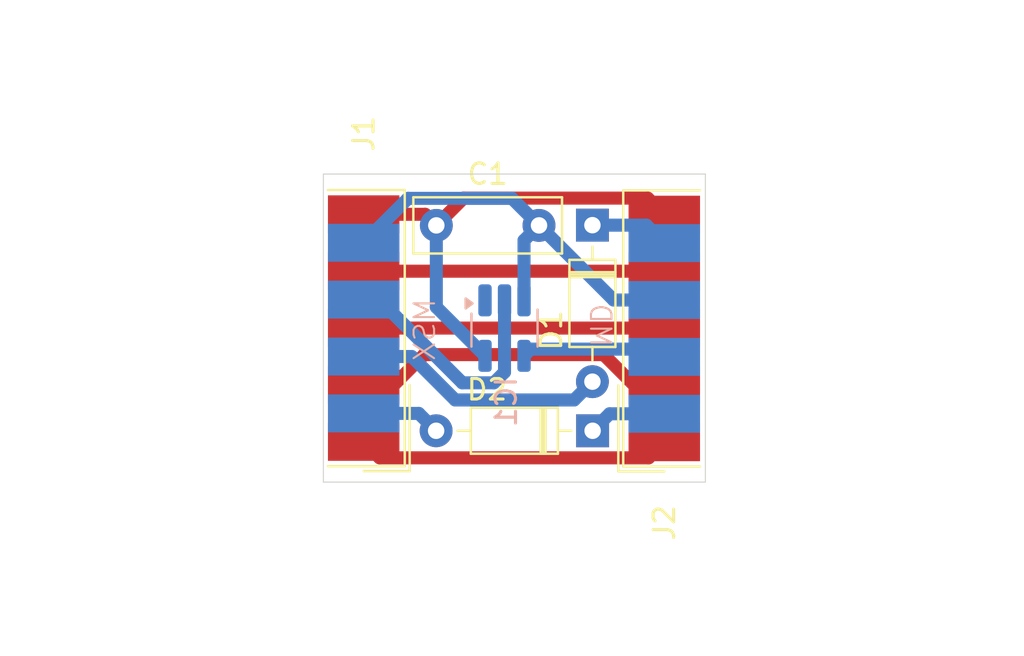
<source format=kicad_pcb>
(kicad_pcb (version 20240108) (generator "pcbnew") (generator_version "8.0")
  (layers (0 "F.Cu" signal) (31 "B.Cu" signal) (34 "B.Paste" user) (35 "F.Paste" user) (36 "B.SilkS" user "B.Silkscreen") (37 "F.SilkS" user "F.Silkscreen") (38 "B.Mask" user) (39 "F.Mask" user) (44 "Edge.Cuts" user))
  (net 0 "")
  (net 1 "+5V")
  (net 2 "GND")
  (net 3 "/TRG_2_C_START")
  (net 4 "Net-(D1-K)")
  (net 5 "/TRG_1_A_B")
  (net 6 "Net-(D2-K)")
  (net 7 "/TH_SEL")
  (net 8 "/MSX_OUT")
  (net 10 "/JOY_RIGHT")
  (net 11 "/JOY_UP")
  (net 12 "/JOY_DOWN")
  (net 13 "/JOY_LEFT")
  (footprint "Connector_Dsub:DSUB-9_Female_EdgeMount_P2.77mm" (layer "F.Cu") (at 115.0625 80.5 -90)
    (property "Reference" "J1" (at -9.463333 0 90) (layer "F.SilkS"))
    (property "Value" "DE9_Plug_MSX")
    (fp_line (start 6.723333 1.74) (end 6.723333 -2) (stroke (width 0.12)) (layer "F.SilkS"))
    (fp_line (start 6.963333 0) (end 6.963333 -2.24) (stroke (width 0.12)) (layer "F.SilkS"))
    (fp_line (start -6.723333 -2) (end -6.723333 1.74) (stroke (width 0.12)) (layer "F.SilkS"))
    (fp_line (start 6.723333 -2) (end -6.723333 -2) (stroke (width 0.12)) (layer "F.SilkS"))
    (fp_line (start 6.963333 -2.24) (end 2.77 -2.24) (stroke (width 0.12)) (layer "F.SilkS"))
    (pad "1" smd rect (at 5.54 0 270) (size 1.846667 3.48) (layers "F.Cu" "F.Paste" "F.Mask") (net 11 "/JOY_UP"))
    (pad "2" smd rect (at 2.77 0 270) (size 1.846667 3.48) (layers "F.Cu" "F.Paste" "F.Mask") (net 12 "/JOY_DOWN"))
    (pad "3" smd rect (at 0 0 270) (size 1.846667 3.48) (layers "F.Cu" "F.Paste" "F.Mask") (net 13 "/JOY_LEFT"))
    (pad "4" smd rect (at -2.77 0 270) (size 1.846667 3.48) (layers "F.Cu" "F.Paste" "F.Mask") (net 10 "/JOY_RIGHT"))
    (pad "5" smd rect (at -5.54 0 270) (size 1.846667 3.48) (layers "F.Cu" "F.Paste" "F.Mask") (net 1 "+5V"))
    (pad "6" smd rect (at 4.155 0 270) (size 1.846667 3.48) (layers "B.Cu" "B.Paste" "B.Mask") (net 5 "/TRG_1_A_B"))
    (pad "7" smd rect (at 1.385 0 270) (size 1.846667 3.48) (layers "B.Cu" "B.Paste" "B.Mask") (net 3 "/TRG_2_C_START"))
    (pad "8" smd rect (at -1.385 0 270) (size 1.846667 3.48) (layers "B.Cu" "B.Paste" "B.Mask") (net 8 "/MSX_OUT"))
    (pad "9" smd rect (at -4.155 0 270) (size 1.846667 3.48) (layers "B.Cu" "B.Paste" "B.Mask") (net 2 "GND"))
  )
  (footprint "Diode_THT:D_DO-35_SOD27_P7.62mm_Horizontal" (layer "F.Cu") (at 126.21 85.5 180)
    (property "Reference" "D2" (at 5.1444 2 180) (layer "F.SilkS"))
    (property "Value" "1N5711")
    (fp_line (start 6.58 0) (end 5.93 0) (stroke (width 0.12)) (layer "F.SilkS"))
    (fp_line (start 5.93 1.12) (end 5.93 -1.12) (stroke (width 0.12)) (layer "F.SilkS"))
    (fp_line (start 5.93 -1.12) (end 1.69 -1.12) (stroke (width 0.12)) (layer "F.SilkS"))
    (fp_line (start 2.53 -1.12) (end 2.53 1.12) (stroke (width 0.12)) (layer "F.SilkS"))
    (fp_line (start 2.41 -1.12) (end 2.41 1.12) (stroke (width 0.12)) (layer "F.SilkS"))
    (fp_line (start 2.29 -1.12) (end 2.29 1.12) (stroke (width 0.12)) (layer "F.SilkS"))
    (fp_line (start 1.69 1.12) (end 5.93 1.12) (stroke (width 0.12)) (layer "F.SilkS"))
    (fp_line (start 1.69 -1.12) (end 1.69 1.12) (stroke (width 0.12)) (layer "F.SilkS"))
    (fp_line (start 1.04 0) (end 1.69 0) (stroke (width 0.12)) (layer "F.SilkS"))
    (pad "1" thru_hole rect (at 0 0 180) (size 1.6 1.6) (drill 0.8) (layers "*.Cu" "*.Mask") (net 6 "Net-(D2-K)"))
    (pad "2" thru_hole oval (at 7.62 0 180) (size 1.6 1.6) (drill 0.8) (layers "*.Cu" "*.Mask") (net 5 "/TRG_1_A_B"))
  )
  (footprint "Diode_THT:D_DO-35_SOD27_P7.62mm_Horizontal" (layer "F.Cu") (at 126.2 75.4888 -90)
    (property "Reference" "D1" (at 5.12 2 90) (layer "F.SilkS"))
    (property "Value" "1N5711")
    (fp_line (start 1.69 1.12) (end 5.93 1.12) (stroke (width 0.12)) (layer "F.SilkS"))
    (fp_line (start 5.93 1.12) (end 5.93 -1.12) (stroke (width 0.12)) (layer "F.SilkS"))
    (fp_line (start 1.04 0) (end 1.69 0) (stroke (width 0.12)) (layer "F.SilkS"))
    (fp_line (start 6.58 0) (end 5.93 0) (stroke (width 0.12)) (layer "F.SilkS"))
    (fp_line (start 1.69 -1.12) (end 1.69 1.12) (stroke (width 0.12)) (layer "F.SilkS"))
    (fp_line (start 2.29 -1.12) (end 2.29 1.12) (stroke (width 0.12)) (layer "F.SilkS"))
    (fp_line (start 2.41 -1.12) (end 2.41 1.12) (stroke (width 0.12)) (layer "F.SilkS"))
    (fp_line (start 2.53 -1.12) (end 2.53 1.12) (stroke (width 0.12)) (layer "F.SilkS"))
    (fp_line (start 5.93 -1.12) (end 1.69 -1.12) (stroke (width 0.12)) (layer "F.SilkS"))
    (pad "1" thru_hole rect (at 0 0 270) (size 1.6 1.6) (drill 0.8) (layers "*.Cu" "*.Mask") (net 4 "Net-(D1-K)"))
    (pad "2" thru_hole oval (at 7.62 0 270) (size 1.6 1.6) (drill 0.8) (layers "*.Cu" "*.Mask") (net 3 "/TRG_2_C_START"))
  )
  (footprint "Connector_Dsub:DSUB-9_Male_EdgeMount_P2.77mm" (layer "F.Cu") (at 129.7 80.518 90)
    (property "Reference" "J2" (at -9.463333 0 90) (layer "F.SilkS"))
    (property "Value" "DE9_Plug_MEGADRIVE")
    (fp_line (start -6.963333 -2.24) (end -2.77 -2.24) (stroke (width 0.12)) (layer "F.SilkS"))
    (fp_line (start 6.723333 -2) (end -6.723333 -2) (stroke (width 0.12)) (layer "F.SilkS"))
    (fp_line (start -6.723333 -2) (end -6.723333 1.74) (stroke (width 0.12)) (layer "F.SilkS"))
    (fp_line (start -6.963333 0) (end -6.963333 -2.24) (stroke (width 0.12)) (layer "F.SilkS"))
    (fp_line (start 6.723333 1.74) (end 6.723333 -2) (stroke (width 0.12)) (layer "F.SilkS"))
    (pad "1" smd rect (at -5.54 0 90) (size 1.846667 3.48) (layers "F.Cu" "F.Paste" "F.Mask") (net 11 "/JOY_UP"))
    (pad "2" smd rect (at -2.77 0 90) (size 1.846667 3.48) (layers "F.Cu" "F.Paste" "F.Mask") (net 12 "/JOY_DOWN"))
    (pad "3" smd rect (at 0 0 90) (size 1.846667 3.48) (layers "F.Cu" "F.Paste" "F.Mask") (net 13 "/JOY_LEFT"))
    (pad "4" smd rect (at 2.77 0 90) (size 1.846667 3.48) (layers "F.Cu" "F.Paste" "F.Mask") (net 10 "/JOY_RIGHT"))
    (pad "5" smd rect (at 5.54 0 90) (size 1.846667 3.48) (layers "F.Cu" "F.Paste" "F.Mask") (net 1 "+5V"))
    (pad "6" smd rect (at -4.155 0 90) (size 1.846667 3.48) (layers "B.Cu" "B.Paste" "B.Mask") (net 6 "Net-(D2-K)"))
    (pad "7" smd rect (at -1.385 0 90) (size 1.846667 3.48) (layers "B.Cu" "B.Paste" "B.Mask") (net 7 "/TH_SEL"))
    (pad "8" smd rect (at 1.385 0 90) (size 1.846667 3.48) (layers "B.Cu" "B.Paste" "B.Mask") (net 2 "GND"))
    (pad "9" smd rect (at 4.155 0 90) (size 1.846667 3.48) (layers "B.Cu" "B.Paste" "B.Mask") (net 4 "Net-(D1-K)"))
  )
  (footprint "Capacitor_THT:C_Disc_D7.0mm_W2.5mm_P5.00mm" (layer "F.Cu") (at 118.6 75.5)
    (property "Reference" "C1" (at 2.5 -2.5 0) (layer "F.SilkS"))
    (property "Value" "C")
    (fp_line (start -1.12 -1.37) (end -1.12 1.37) (stroke (width 0.12)) (layer "F.SilkS"))
    (fp_line (start -1.12 -1.37) (end 6.12 -1.37) (stroke (width 0.12)) (layer "F.SilkS"))
    (fp_line (start -1.12 1.37) (end 6.12 1.37) (stroke (width 0.12)) (layer "F.SilkS"))
    (fp_line (start 6.12 -1.37) (end 6.12 1.37) (stroke (width 0.12)) (layer "F.SilkS"))
    (pad "1" thru_hole circle (at 0 0) (size 1.6 1.6) (drill 0.8) (layers "*.Cu" "*.Mask") (net 1 "+5V"))
    (pad "2" thru_hole circle (at 5 0) (size 1.6 1.6) (drill 0.8) (layers "*.Cu" "*.Mask") (net 2 "GND"))
  )
  (footprint "Package_TO_SOT_SMD:SOT-23-5_HandSoldering" (layer "B.Cu") (at 121.92 80.5 -90)
    (property "Reference" "IC1" (at 3.6 -0.08 90) (layer "B.SilkS") (effects (justify mirror)))
    (property "Value" "NC7ST04M5X")
    (fp_line (start -0.7 1.61) (end 0.1 1.61) (stroke (width 0.12)) (layer "B.SilkS"))
    (fp_line (start 0.9 1.61) (end 0.1 1.61) (stroke (width 0.12)) (layer "B.SilkS"))
    (fp_line (start 0.9 -1.61) (end -0.9 -1.61) (stroke (width 0.12)) (layer "B.SilkS"))
    (fp_poly (pts (xy -1.2 1.56) (xy -1.44 1.89) (xy -0.96 1.89) (xy -1.2 1.56)) (stroke (width 0.12)) (fill solid) (layer "B.SilkS"))
    (pad "1" smd roundrect (at -1.35 0.95 270) (size 1.56 0.65) (layers "B.Cu" "B.Paste" "B.Mask"))
    (pad "2" smd roundrect (at -1.35 0 270) (size 1.56 0.65) (layers "B.Cu" "B.Paste" "B.Mask") (net 8 "/MSX_OUT"))
    (pad "3" smd roundrect (at -1.35 -0.95 270) (size 1.56 0.65) (layers "B.Cu" "B.Paste" "B.Mask") (net 2 "GND"))
    (pad "4" smd roundrect (at 1.35 -0.95 270) (size 1.56 0.65) (layers "B.Cu" "B.Paste" "B.Mask") (net 7 "/TH_SEL"))
    (pad "5" smd roundrect (at 1.35 0.95 270) (size 1.56 0.65) (layers "B.Cu" "B.Paste" "B.Mask") (net 1 "+5V"))
  )
  (gr_line (start 113.1 73) (end 131.7 73) (stroke (width 0.05)) (layer "Edge.Cuts"))
  (gr_line (start 113.1 88) (end 113.1 73) (stroke (width 0.05)) (layer "Edge.Cuts"))
  (gr_line (start 131.7 88) (end 113.1 88) (stroke (width 0.05)) (layer "Edge.Cuts"))
  (gr_line (start 131.7 73) (end 131.7 88) (stroke (width 0.05)) (layer "Edge.Cuts"))
  (gr_text "MSX" (at 118.618 78.994 90) (layer "B.SilkS") (effects (font (size 1 1) (thickness 0.1)) (justify left bottom mirror)))
  (gr_text "MD" (at 126 81.5 -90) (layer "B.SilkS") (effects (font (size 1 1) (thickness 0.1)) (justify left bottom mirror)))
  (segment (start 115.0625 74.96) (end 118.06 74.96) (width 0.635) (layer "F.Cu") (net 1))
  (segment (start 118.06 74.96) (end 118.6 75.5) (width 0.635) (layer "F.Cu") (net 1))
  (segment (start 119.9287 74.1713) (end 128.8933 74.1713) (width 0.635) (layer "F.Cu") (net 1))
  (segment (start 118.6 75.5) (end 118.937 75.5) (width 0.635) (layer "F.Cu") (net 1))
  (segment (start 128.8933 74.1713) (end 129.7 74.978) (width 0.635) (layer "F.Cu") (net 1))
  (segment (start 118.6 75.5) (end 119.9287 74.1713) (width 0.635) (layer "F.Cu") (net 1))
  (segment (start 118.6 75.5) (end 118.6 79.48) (width 0.635) (layer "B.Cu") (net 1))
  (segment (start 118.6 79.48) (end 120.97 81.85) (width 0.635) (layer "B.Cu") (net 1))
  (segment (start 115.0625 76.345) (end 117.225 74.1825) (width 0.635) (layer "B.Cu") (net 2))
  (segment (start 122.87 76.23) (end 122.87 79.15) (width 0.635) (layer "B.Cu") (net 2))
  (segment (start 122.2825 74.1825) (end 123.6 75.5) (width 0.635) (layer "B.Cu") (net 2))
  (segment (start 123.6 75.5) (end 127.233 79.133) (width 0.635) (layer "B.Cu") (net 2))
  (segment (start 127.233 79.133) (end 129.7 79.133) (width 0.635) (layer "B.Cu") (net 2))
  (segment (start 117.225 74.1825) (end 122.2825 74.1825) (width 0.635) (layer "B.Cu") (net 2))
  (segment (start 123.6 75.5) (end 122.87 76.23) (width 0.635) (layer "B.Cu") (net 2))
  (segment (start 119.519132 84) (end 125.3088 84) (width 0.635) (layer "B.Cu") (net 3))
  (segment (start 117.404132 81.885) (end 119.519132 84) (width 0.635) (layer "B.Cu") (net 3))
  (segment (start 115.0625 81.885) (end 117.404132 81.885) (width 0.635) (layer "B.Cu") (net 3))
  (segment (start 125.3088 84) (end 126.2 83.1088) (width 0.635) (layer "B.Cu") (net 3))
  (segment (start 126.2 75.4888) (end 128.8258 75.4888) (width 0.635) (layer "B.Cu") (net 4))
  (segment (start 128.8258 75.4888) (end 129.7 76.363) (width 0.635) (layer "B.Cu") (net 4))
  (segment (start 115.0625 84.655) (end 117.745 84.655) (width 0.635) (layer "B.Cu") (net 5))
  (segment (start 117.745 84.655) (end 118.59 85.5) (width 0.635) (layer "B.Cu") (net 5))
  (segment (start 127.037 84.673) (end 129.7 84.673) (width 0.635) (layer "B.Cu") (net 6))
  (segment (start 126.21 85.5) (end 127.037 84.673) (width 0.635) (layer "B.Cu") (net 6))
  (segment (start 122.87 81.85) (end 123.194999 81.525001) (width 0.635) (layer "B.Cu") (net 7))
  (segment (start 129.771601 81.525001) (end 130.1496 81.903) (width 0.635) (layer "B.Cu") (net 7))
  (segment (start 129.322001 81.525001) (end 129.7 81.903) (width 0.635) (layer "B.Cu") (net 7))
  (segment (start 123.194999 81.525001) (end 129.322001 81.525001) (width 0.635) (layer "B.Cu") (net 7))
  (segment (start 121.92 82.646168) (end 121.401168 83.165) (width 0.635) (layer "B.Cu") (net 8))
  (segment (start 115.815 79.115) (end 115.0625 79.115) (width 0.635) (layer "B.Cu") (net 8))
  (segment (start 115.990833 79.115) (end 115.0625 79.115) (width 0.635) (layer "B.Cu") (net 8))
  (segment (start 115.863833 79.115) (end 115.0625 79.115) (width 0.508) (layer "B.Cu") (net 8))
  (segment (start 121.401168 83.165) (end 119.865 83.165) (width 0.635) (layer "B.Cu") (net 8))
  (segment (start 115.0625 79.115) (end 115.599733 79.115) (width 0.508) (layer "B.Cu") (net 8))
  (segment (start 121.92 79.15) (end 121.92 82.646168) (width 0.635) (layer "B.Cu") (net 8))
  (segment (start 119.865 83.165) (end 115.815 79.115) (width 0.635) (layer "B.Cu") (net 8))
  (segment (start 129.682 77.73) (end 129.7 77.748) (width 0.635) (layer "F.Cu") (net 10))
  (segment (start 115.0805 77.748) (end 115.0625 77.73) (width 0.635) (layer "F.Cu") (net 10))
  (segment (start 115.0625 77.73) (end 129.682 77.73) (width 0.635) (layer "F.Cu") (net 10))
  (segment (start 128.9405 86.8175) (end 115.84 86.8175) (width 0.635) (layer "F.Cu") (net 11))
  (segment (start 129.7 86.058) (end 128.9405 86.8175) (width 0.635) (layer "F.Cu") (net 11))
  (segment (start 115.84 86.8175) (end 115.0625 86.04) (width 0.635) (layer "F.Cu") (net 11))
  (segment (start 116.186576 86.04) (end 115.0625 86.04) (width 0.508) (layer "F.Cu") (net 11))
  (segment (start 115.990833 86.04) (end 115.0625 86.04) (width 0.635) (layer "F.Cu") (net 11))
  (segment (start 118.0087 81.7913) (end 116.53 83.27) (width 0.635) (layer "F.Cu") (net 12))
  (segment (start 116.53 83.27) (end 115.0625 83.27) (width 0.635) (layer "F.Cu") (net 12))
  (segment (start 115.0625 83.27) (end 115.085833 83.293333) (width 0.508) (layer "F.Cu") (net 12))
  (segment (start 128.242427 83.288) (end 126.745727 81.7913) (width 0.635) (layer "F.Cu") (net 12))
  (segment (start 115.2365 83.444) (end 115.0625 83.27) (width 0.508) (layer "F.Cu") (net 12))
  (segment (start 129.7 83.288) (end 128.242427 83.288) (width 0.635) (layer "F.Cu") (net 12))
  (segment (start 126.745727 81.7913) (end 118.0087 81.7913) (width 0.635) (layer "F.Cu") (net 12))
  (segment (start 130.1496 83.288) (end 129.332933 83.288) (width 0.635) (layer "F.Cu") (net 12))
  (segment (start 130.1316 80.5) (end 130.1496 80.518) (width 0.635) (layer "F.Cu") (net 13))
  (segment (start 115.0805 80.518) (end 115.0625 80.5) (width 0.635) (layer "F.Cu") (net 13))
  (segment (start 129.682 80.5) (end 129.7 80.518) (width 0.635) (layer "F.Cu") (net 13))
  (segment (start 115.0625 80.5) (end 129.682 80.5) (width 0.635) (layer "F.Cu") (net 13))
)
</source>
